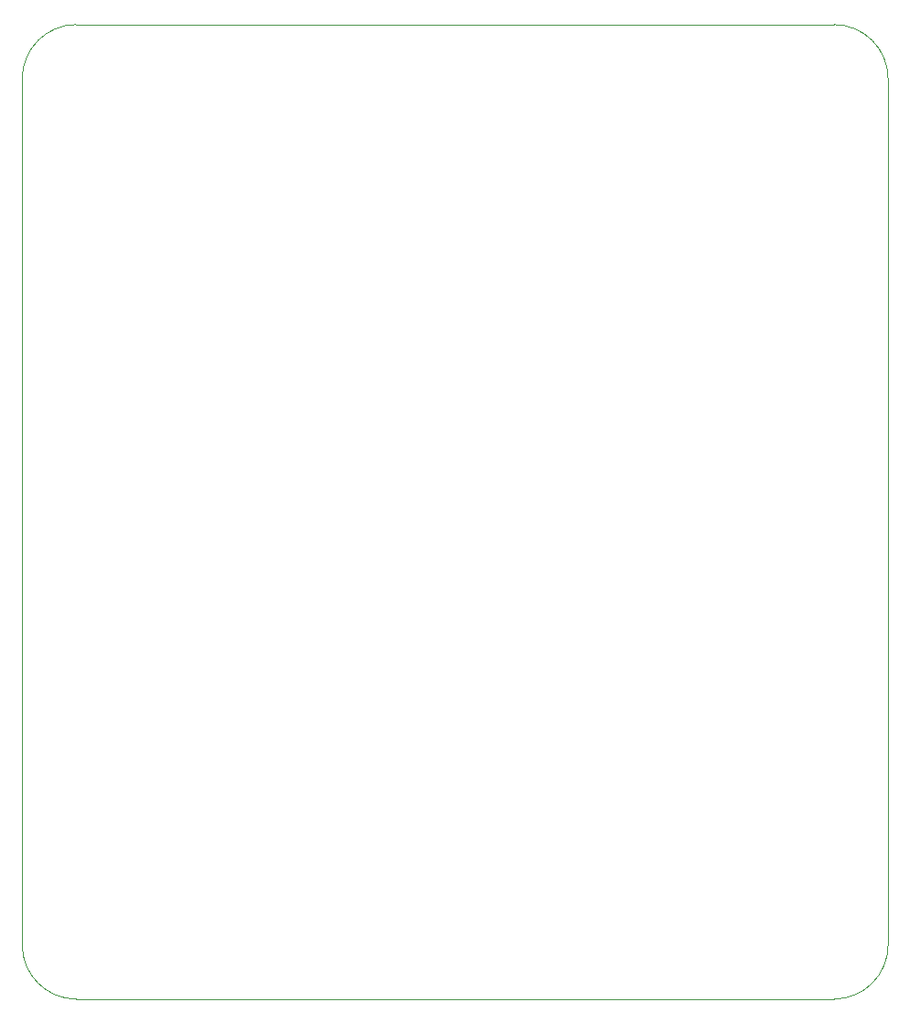
<source format=gbr>
%TF.GenerationSoftware,KiCad,Pcbnew,7.0.2*%
%TF.CreationDate,2024-04-28T14:31:10+04:00*%
%TF.ProjectId,Hope,486f7065-2e6b-4696-9361-645f70636258,rev?*%
%TF.SameCoordinates,Original*%
%TF.FileFunction,Profile,NP*%
%FSLAX46Y46*%
G04 Gerber Fmt 4.6, Leading zero omitted, Abs format (unit mm)*
G04 Created by KiCad (PCBNEW 7.0.2) date 2024-04-28 14:31:10*
%MOMM*%
%LPD*%
G01*
G04 APERTURE LIST*
%TA.AperFunction,Profile*%
%ADD10C,0.100000*%
%TD*%
G04 APERTURE END LIST*
D10*
X165000000Y-150000000D02*
X95000000Y-150000000D01*
X90000000Y-145000000D02*
G75*
G03*
X95000000Y-150000000I5000000J0D01*
G01*
X170000000Y-65000000D02*
X170000000Y-145000000D01*
X165000000Y-150000000D02*
G75*
G03*
X170000000Y-145000000I0J5000000D01*
G01*
X90000000Y-145000000D02*
X90000000Y-65000000D01*
X170000000Y-65000000D02*
G75*
G03*
X165000000Y-60000000I-5000000J0D01*
G01*
X95000000Y-60000000D02*
G75*
G03*
X90000000Y-65000000I0J-5000000D01*
G01*
X95000000Y-60000000D02*
X165000000Y-60000000D01*
M02*

</source>
